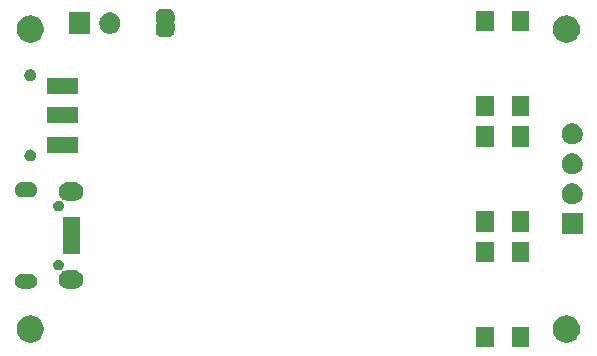
<source format=gbr>
G04 #@! TF.GenerationSoftware,KiCad,Pcbnew,(5.1.5)-2*
G04 #@! TF.CreationDate,2020-03-24T14:33:53+08:00*
G04 #@! TF.ProjectId,EV Meter,4556204d-6574-4657-922e-6b696361645f,rev?*
G04 #@! TF.SameCoordinates,Original*
G04 #@! TF.FileFunction,Soldermask,Top*
G04 #@! TF.FilePolarity,Negative*
%FSLAX46Y46*%
G04 Gerber Fmt 4.6, Leading zero omitted, Abs format (unit mm)*
G04 Created by KiCad (PCBNEW (5.1.5)-2) date 2020-03-24 14:33:53*
%MOMM*%
%LPD*%
G04 APERTURE LIST*
%ADD10C,0.100000*%
G04 APERTURE END LIST*
D10*
G36*
X155967400Y-133518600D02*
G01*
X154465400Y-133518600D01*
X154465400Y-131816600D01*
X155967400Y-131816600D01*
X155967400Y-133518600D01*
G37*
G36*
X152967400Y-133518600D02*
G01*
X151465400Y-133518600D01*
X151465400Y-131816600D01*
X152967400Y-131816600D01*
X152967400Y-133518600D01*
G37*
G36*
X159324549Y-130871116D02*
G01*
X159435734Y-130893232D01*
X159645203Y-130979997D01*
X159833720Y-131105960D01*
X159994040Y-131266280D01*
X160120003Y-131454797D01*
X160206768Y-131664266D01*
X160251000Y-131886636D01*
X160251000Y-132113364D01*
X160206768Y-132335734D01*
X160120003Y-132545203D01*
X159994040Y-132733720D01*
X159833720Y-132894040D01*
X159645203Y-133020003D01*
X159435734Y-133106768D01*
X159324549Y-133128884D01*
X159213365Y-133151000D01*
X158986635Y-133151000D01*
X158875451Y-133128884D01*
X158764266Y-133106768D01*
X158554797Y-133020003D01*
X158366280Y-132894040D01*
X158205960Y-132733720D01*
X158079997Y-132545203D01*
X157993232Y-132335734D01*
X157949000Y-132113364D01*
X157949000Y-131886636D01*
X157993232Y-131664266D01*
X158079997Y-131454797D01*
X158205960Y-131266280D01*
X158366280Y-131105960D01*
X158554797Y-130979997D01*
X158764266Y-130893232D01*
X158875451Y-130871116D01*
X158986635Y-130849000D01*
X159213365Y-130849000D01*
X159324549Y-130871116D01*
G37*
G36*
X113924549Y-130871116D02*
G01*
X114035734Y-130893232D01*
X114245203Y-130979997D01*
X114433720Y-131105960D01*
X114594040Y-131266280D01*
X114720003Y-131454797D01*
X114806768Y-131664266D01*
X114851000Y-131886636D01*
X114851000Y-132113364D01*
X114806768Y-132335734D01*
X114720003Y-132545203D01*
X114594040Y-132733720D01*
X114433720Y-132894040D01*
X114245203Y-133020003D01*
X114035734Y-133106768D01*
X113924549Y-133128884D01*
X113813365Y-133151000D01*
X113586635Y-133151000D01*
X113475451Y-133128884D01*
X113364266Y-133106768D01*
X113154797Y-133020003D01*
X112966280Y-132894040D01*
X112805960Y-132733720D01*
X112679997Y-132545203D01*
X112593232Y-132335734D01*
X112549000Y-132113364D01*
X112549000Y-131886636D01*
X112593232Y-131664266D01*
X112679997Y-131454797D01*
X112805960Y-131266280D01*
X112966280Y-131105960D01*
X113154797Y-130979997D01*
X113364266Y-130893232D01*
X113475451Y-130871116D01*
X113586635Y-130849000D01*
X113813365Y-130849000D01*
X113924549Y-130871116D01*
G37*
G36*
X113797715Y-127337058D02*
G01*
X113893753Y-127366191D01*
X113908935Y-127370796D01*
X113915722Y-127372855D01*
X114024468Y-127430981D01*
X114119790Y-127509210D01*
X114198019Y-127604532D01*
X114256145Y-127713278D01*
X114291942Y-127831285D01*
X114304028Y-127954000D01*
X114291942Y-128076715D01*
X114256145Y-128194722D01*
X114198019Y-128303468D01*
X114119790Y-128398790D01*
X114024468Y-128477019D01*
X113915722Y-128535145D01*
X113797715Y-128570942D01*
X113705746Y-128580000D01*
X112994254Y-128580000D01*
X112902285Y-128570942D01*
X112784278Y-128535145D01*
X112675532Y-128477019D01*
X112580210Y-128398790D01*
X112501981Y-128303468D01*
X112443855Y-128194722D01*
X112408058Y-128076715D01*
X112395972Y-127954000D01*
X112408058Y-127831285D01*
X112443855Y-127713278D01*
X112501981Y-127604532D01*
X112580210Y-127509210D01*
X112675532Y-127430981D01*
X112784278Y-127372855D01*
X112791066Y-127370796D01*
X112806247Y-127366191D01*
X112902285Y-127337058D01*
X112994254Y-127328000D01*
X113705746Y-127328000D01*
X113797715Y-127337058D01*
G37*
G36*
X116231552Y-126145331D02*
G01*
X116313627Y-126179328D01*
X116313629Y-126179329D01*
X116350813Y-126204175D01*
X116387495Y-126228685D01*
X116450315Y-126291505D01*
X116499672Y-126365373D01*
X116533669Y-126447448D01*
X116551000Y-126534579D01*
X116551000Y-126623421D01*
X116533669Y-126710552D01*
X116499672Y-126792627D01*
X116450315Y-126866495D01*
X116434762Y-126882048D01*
X116419217Y-126900990D01*
X116407666Y-126922601D01*
X116400553Y-126946050D01*
X116398151Y-126970436D01*
X116400553Y-126994822D01*
X116407666Y-127018271D01*
X116419217Y-127039882D01*
X116434762Y-127058824D01*
X116453704Y-127074369D01*
X116475315Y-127085920D01*
X116498764Y-127093033D01*
X116523150Y-127095435D01*
X116547536Y-127093033D01*
X116570985Y-127085920D01*
X116574614Y-127084204D01*
X116576600Y-127083602D01*
X116576601Y-127083601D01*
X116620901Y-127070163D01*
X116722879Y-127039228D01*
X116836882Y-127028000D01*
X117463118Y-127028000D01*
X117577121Y-127039228D01*
X117723402Y-127083602D01*
X117858204Y-127155655D01*
X117858207Y-127155657D01*
X117858208Y-127155658D01*
X117943568Y-127225712D01*
X117976369Y-127252631D01*
X118073345Y-127370796D01*
X118145398Y-127505598D01*
X118189772Y-127651879D01*
X118204754Y-127804000D01*
X118189772Y-127956121D01*
X118145398Y-128102402D01*
X118073345Y-128237204D01*
X118073343Y-128237207D01*
X118073342Y-128237208D01*
X117976369Y-128355369D01*
X117858204Y-128452345D01*
X117723402Y-128524398D01*
X117577121Y-128568772D01*
X117463118Y-128580000D01*
X116836882Y-128580000D01*
X116722879Y-128568772D01*
X116576598Y-128524398D01*
X116441796Y-128452345D01*
X116323631Y-128355369D01*
X116226658Y-128237208D01*
X116226657Y-128237207D01*
X116226655Y-128237204D01*
X116154602Y-128102402D01*
X116110228Y-127956121D01*
X116095246Y-127804000D01*
X116110228Y-127651879D01*
X116154602Y-127505598D01*
X116226655Y-127370796D01*
X116323633Y-127252628D01*
X116356430Y-127225712D01*
X116373757Y-127208385D01*
X116387370Y-127188011D01*
X116396748Y-127165372D01*
X116401528Y-127141339D01*
X116401528Y-127116835D01*
X116396748Y-127092801D01*
X116387370Y-127070163D01*
X116373756Y-127049788D01*
X116356429Y-127032461D01*
X116336055Y-127018848D01*
X116313416Y-127009470D01*
X116289383Y-127004690D01*
X116264879Y-127004690D01*
X116240845Y-127009470D01*
X116232351Y-127012510D01*
X116144421Y-127030000D01*
X116055579Y-127030000D01*
X115968448Y-127012669D01*
X115886373Y-126978672D01*
X115886372Y-126978672D01*
X115886371Y-126978671D01*
X115812504Y-126929314D01*
X115749686Y-126866496D01*
X115700329Y-126792629D01*
X115700328Y-126792627D01*
X115666331Y-126710552D01*
X115649000Y-126623421D01*
X115649000Y-126534579D01*
X115666331Y-126447448D01*
X115700328Y-126365373D01*
X115749685Y-126291505D01*
X115812505Y-126228685D01*
X115849187Y-126204175D01*
X115886371Y-126179329D01*
X115886373Y-126179328D01*
X115968448Y-126145331D01*
X116055579Y-126128000D01*
X116144421Y-126128000D01*
X116231552Y-126145331D01*
G37*
G36*
X152967400Y-126318600D02*
G01*
X151465400Y-126318600D01*
X151465400Y-124616600D01*
X152967400Y-124616600D01*
X152967400Y-126318600D01*
G37*
G36*
X155967400Y-126318600D02*
G01*
X154465400Y-126318600D01*
X154465400Y-124616600D01*
X155967400Y-124616600D01*
X155967400Y-126318600D01*
G37*
G36*
X117901000Y-125655000D02*
G01*
X116499000Y-125655000D01*
X116499000Y-122503000D01*
X117901000Y-122503000D01*
X117901000Y-125655000D01*
G37*
G36*
X160484800Y-123999600D02*
G01*
X158682800Y-123999600D01*
X158682800Y-122197600D01*
X160484800Y-122197600D01*
X160484800Y-123999600D01*
G37*
G36*
X152967400Y-123752300D02*
G01*
X151465400Y-123752300D01*
X151465400Y-122050300D01*
X152967400Y-122050300D01*
X152967400Y-123752300D01*
G37*
G36*
X155967400Y-123752300D02*
G01*
X154465400Y-123752300D01*
X154465400Y-122050300D01*
X155967400Y-122050300D01*
X155967400Y-123752300D01*
G37*
G36*
X117577121Y-119589228D02*
G01*
X117723402Y-119633602D01*
X117858204Y-119705655D01*
X117858207Y-119705657D01*
X117858208Y-119705658D01*
X117976369Y-119802631D01*
X118022423Y-119858747D01*
X118073345Y-119920796D01*
X118145398Y-120055598D01*
X118189772Y-120201879D01*
X118204754Y-120354000D01*
X118189772Y-120506121D01*
X118145398Y-120652402D01*
X118073345Y-120787204D01*
X118073343Y-120787207D01*
X118073342Y-120787208D01*
X117976369Y-120905369D01*
X117878874Y-120985382D01*
X117858204Y-121002345D01*
X117723402Y-121074398D01*
X117577121Y-121118772D01*
X117463118Y-121130000D01*
X116836882Y-121130000D01*
X116722879Y-121118772D01*
X116570664Y-121072598D01*
X116559439Y-121067948D01*
X116535405Y-121063167D01*
X116510901Y-121063167D01*
X116486868Y-121067946D01*
X116464229Y-121077323D01*
X116443854Y-121090936D01*
X116426527Y-121108263D01*
X116412912Y-121128637D01*
X116403534Y-121151275D01*
X116398753Y-121175309D01*
X116398753Y-121199813D01*
X116403532Y-121223846D01*
X116412909Y-121246485D01*
X116426522Y-121266860D01*
X116434762Y-121275952D01*
X116450315Y-121291505D01*
X116499672Y-121365373D01*
X116533669Y-121447448D01*
X116551000Y-121534579D01*
X116551000Y-121623421D01*
X116533669Y-121710552D01*
X116499672Y-121792627D01*
X116499671Y-121792629D01*
X116450314Y-121866496D01*
X116387496Y-121929314D01*
X116313629Y-121978671D01*
X116313628Y-121978672D01*
X116313627Y-121978672D01*
X116231552Y-122012669D01*
X116144421Y-122030000D01*
X116055579Y-122030000D01*
X115968448Y-122012669D01*
X115886373Y-121978672D01*
X115886372Y-121978672D01*
X115886371Y-121978671D01*
X115812504Y-121929314D01*
X115749686Y-121866496D01*
X115700329Y-121792629D01*
X115700328Y-121792627D01*
X115666331Y-121710552D01*
X115649000Y-121623421D01*
X115649000Y-121534579D01*
X115666331Y-121447448D01*
X115700328Y-121365373D01*
X115749685Y-121291505D01*
X115812505Y-121228685D01*
X115855715Y-121199813D01*
X115886371Y-121179329D01*
X115896076Y-121175309D01*
X115968448Y-121145331D01*
X116055579Y-121128000D01*
X116144421Y-121128000D01*
X116233946Y-121145807D01*
X116252743Y-121151510D01*
X116277129Y-121153912D01*
X116301515Y-121151511D01*
X116324964Y-121144398D01*
X116346575Y-121132847D01*
X116365517Y-121117302D01*
X116381063Y-121098361D01*
X116392614Y-121076750D01*
X116399728Y-121053301D01*
X116402130Y-121028915D01*
X116399729Y-121004529D01*
X116392616Y-120981080D01*
X116381065Y-120959469D01*
X116365520Y-120940527D01*
X116356430Y-120932288D01*
X116323633Y-120905372D01*
X116226655Y-120787204D01*
X116154602Y-120652402D01*
X116110228Y-120506121D01*
X116095246Y-120354000D01*
X116110228Y-120201879D01*
X116154602Y-120055598D01*
X116226655Y-119920796D01*
X116277578Y-119858747D01*
X116323631Y-119802631D01*
X116441792Y-119705658D01*
X116441793Y-119705657D01*
X116441796Y-119705655D01*
X116576598Y-119633602D01*
X116722879Y-119589228D01*
X116836882Y-119578000D01*
X117463118Y-119578000D01*
X117577121Y-119589228D01*
G37*
G36*
X159697312Y-119662527D02*
G01*
X159846612Y-119692224D01*
X160010584Y-119760144D01*
X160158154Y-119858747D01*
X160283653Y-119984246D01*
X160382256Y-120131816D01*
X160450176Y-120295788D01*
X160484800Y-120469859D01*
X160484800Y-120647341D01*
X160450176Y-120821412D01*
X160382256Y-120985384D01*
X160283653Y-121132954D01*
X160158154Y-121258453D01*
X160010584Y-121357056D01*
X159846612Y-121424976D01*
X159697312Y-121454673D01*
X159672542Y-121459600D01*
X159495058Y-121459600D01*
X159470288Y-121454673D01*
X159320988Y-121424976D01*
X159157016Y-121357056D01*
X159009446Y-121258453D01*
X158883947Y-121132954D01*
X158785344Y-120985384D01*
X158717424Y-120821412D01*
X158682800Y-120647341D01*
X158682800Y-120469859D01*
X158717424Y-120295788D01*
X158785344Y-120131816D01*
X158883947Y-119984246D01*
X159009446Y-119858747D01*
X159157016Y-119760144D01*
X159320988Y-119692224D01*
X159470288Y-119662527D01*
X159495058Y-119657600D01*
X159672542Y-119657600D01*
X159697312Y-119662527D01*
G37*
G36*
X113797715Y-119587058D02*
G01*
X113915722Y-119622855D01*
X114024468Y-119680981D01*
X114119790Y-119759210D01*
X114198019Y-119854532D01*
X114256145Y-119963278D01*
X114291942Y-120081285D01*
X114304028Y-120204000D01*
X114291942Y-120326715D01*
X114256145Y-120444722D01*
X114198019Y-120553468D01*
X114119790Y-120648790D01*
X114024468Y-120727019D01*
X113915722Y-120785145D01*
X113915719Y-120785146D01*
X113908921Y-120787208D01*
X113797715Y-120820942D01*
X113705746Y-120830000D01*
X112994254Y-120830000D01*
X112902285Y-120820942D01*
X112791079Y-120787208D01*
X112784281Y-120785146D01*
X112784278Y-120785145D01*
X112675532Y-120727019D01*
X112580210Y-120648790D01*
X112501981Y-120553468D01*
X112443855Y-120444722D01*
X112408058Y-120326715D01*
X112395972Y-120204000D01*
X112408058Y-120081285D01*
X112443855Y-119963278D01*
X112501981Y-119854532D01*
X112580210Y-119759210D01*
X112675532Y-119680981D01*
X112784278Y-119622855D01*
X112902285Y-119587058D01*
X112994254Y-119578000D01*
X113705746Y-119578000D01*
X113797715Y-119587058D01*
G37*
G36*
X159697312Y-117122527D02*
G01*
X159846612Y-117152224D01*
X160010584Y-117220144D01*
X160158154Y-117318747D01*
X160283653Y-117444246D01*
X160382256Y-117591816D01*
X160450176Y-117755788D01*
X160484800Y-117929859D01*
X160484800Y-118107341D01*
X160450176Y-118281412D01*
X160382256Y-118445384D01*
X160283653Y-118592954D01*
X160158154Y-118718453D01*
X160010584Y-118817056D01*
X159846612Y-118884976D01*
X159697312Y-118914673D01*
X159672542Y-118919600D01*
X159495058Y-118919600D01*
X159470288Y-118914673D01*
X159320988Y-118884976D01*
X159157016Y-118817056D01*
X159009446Y-118718453D01*
X158883947Y-118592954D01*
X158785344Y-118445384D01*
X158717424Y-118281412D01*
X158682800Y-118107341D01*
X158682800Y-117929859D01*
X158717424Y-117755788D01*
X158785344Y-117591816D01*
X158883947Y-117444246D01*
X159009446Y-117318747D01*
X159157016Y-117220144D01*
X159320988Y-117152224D01*
X159470288Y-117122527D01*
X159495058Y-117117600D01*
X159672542Y-117117600D01*
X159697312Y-117122527D01*
G37*
G36*
X113797740Y-116808627D02*
G01*
X113846136Y-116818253D01*
X113883902Y-116833896D01*
X113937311Y-116856019D01*
X113937312Y-116856020D01*
X114019369Y-116910848D01*
X114089152Y-116980631D01*
X114089153Y-116980633D01*
X114143981Y-117062689D01*
X114166104Y-117116098D01*
X114181068Y-117152224D01*
X114181747Y-117153865D01*
X114201000Y-117250655D01*
X114201000Y-117349345D01*
X114181747Y-117446135D01*
X114143981Y-117537311D01*
X114143980Y-117537312D01*
X114089152Y-117619369D01*
X114019369Y-117689152D01*
X113978062Y-117716752D01*
X113937311Y-117743981D01*
X113883902Y-117766104D01*
X113846136Y-117781747D01*
X113797740Y-117791374D01*
X113749345Y-117801000D01*
X113650655Y-117801000D01*
X113602260Y-117791374D01*
X113553864Y-117781747D01*
X113516098Y-117766104D01*
X113462689Y-117743981D01*
X113421938Y-117716752D01*
X113380631Y-117689152D01*
X113310848Y-117619369D01*
X113256020Y-117537312D01*
X113256019Y-117537311D01*
X113218253Y-117446135D01*
X113199000Y-117349345D01*
X113199000Y-117250655D01*
X113218253Y-117153865D01*
X113218933Y-117152224D01*
X113233896Y-117116098D01*
X113256019Y-117062689D01*
X113310847Y-116980633D01*
X113310848Y-116980631D01*
X113380631Y-116910848D01*
X113462688Y-116856020D01*
X113462689Y-116856019D01*
X113516098Y-116833896D01*
X113553864Y-116818253D01*
X113602260Y-116808627D01*
X113650655Y-116799000D01*
X113749345Y-116799000D01*
X113797740Y-116808627D01*
G37*
G36*
X117751000Y-117076000D02*
G01*
X115149000Y-117076000D01*
X115149000Y-115724000D01*
X117751000Y-115724000D01*
X117751000Y-117076000D01*
G37*
G36*
X155967400Y-116552300D02*
G01*
X154465400Y-116552300D01*
X154465400Y-114850300D01*
X155967400Y-114850300D01*
X155967400Y-116552300D01*
G37*
G36*
X152967400Y-116552300D02*
G01*
X151465400Y-116552300D01*
X151465400Y-114850300D01*
X152967400Y-114850300D01*
X152967400Y-116552300D01*
G37*
G36*
X159697312Y-114582527D02*
G01*
X159846612Y-114612224D01*
X160010584Y-114680144D01*
X160158154Y-114778747D01*
X160283653Y-114904246D01*
X160382256Y-115051816D01*
X160450176Y-115215788D01*
X160484800Y-115389859D01*
X160484800Y-115567341D01*
X160450176Y-115741412D01*
X160382256Y-115905384D01*
X160283653Y-116052954D01*
X160158154Y-116178453D01*
X160010584Y-116277056D01*
X159846612Y-116344976D01*
X159697312Y-116374673D01*
X159672542Y-116379600D01*
X159495058Y-116379600D01*
X159470288Y-116374673D01*
X159320988Y-116344976D01*
X159157016Y-116277056D01*
X159009446Y-116178453D01*
X158883947Y-116052954D01*
X158785344Y-115905384D01*
X158717424Y-115741412D01*
X158682800Y-115567341D01*
X158682800Y-115389859D01*
X158717424Y-115215788D01*
X158785344Y-115051816D01*
X158883947Y-114904246D01*
X159009446Y-114778747D01*
X159157016Y-114680144D01*
X159320988Y-114612224D01*
X159470288Y-114582527D01*
X159495058Y-114577600D01*
X159672542Y-114577600D01*
X159697312Y-114582527D01*
G37*
G36*
X117751000Y-114576000D02*
G01*
X115149000Y-114576000D01*
X115149000Y-113224000D01*
X117751000Y-113224000D01*
X117751000Y-114576000D01*
G37*
G36*
X155967400Y-113986000D02*
G01*
X154465400Y-113986000D01*
X154465400Y-112284000D01*
X155967400Y-112284000D01*
X155967400Y-113986000D01*
G37*
G36*
X152967400Y-113986000D02*
G01*
X151465400Y-113986000D01*
X151465400Y-112284000D01*
X152967400Y-112284000D01*
X152967400Y-113986000D01*
G37*
G36*
X117751000Y-112076000D02*
G01*
X115149000Y-112076000D01*
X115149000Y-110724000D01*
X117751000Y-110724000D01*
X117751000Y-112076000D01*
G37*
G36*
X113797740Y-110008626D02*
G01*
X113846136Y-110018253D01*
X113883902Y-110033896D01*
X113937311Y-110056019D01*
X113937312Y-110056020D01*
X114019369Y-110110848D01*
X114089152Y-110180631D01*
X114089153Y-110180633D01*
X114143981Y-110262689D01*
X114181747Y-110353865D01*
X114201000Y-110450655D01*
X114201000Y-110549345D01*
X114181747Y-110646135D01*
X114143981Y-110737311D01*
X114143980Y-110737312D01*
X114089152Y-110819369D01*
X114019369Y-110889152D01*
X113978062Y-110916752D01*
X113937311Y-110943981D01*
X113883902Y-110966104D01*
X113846136Y-110981747D01*
X113797740Y-110991373D01*
X113749345Y-111001000D01*
X113650655Y-111001000D01*
X113602260Y-110991373D01*
X113553864Y-110981747D01*
X113516098Y-110966104D01*
X113462689Y-110943981D01*
X113421938Y-110916752D01*
X113380631Y-110889152D01*
X113310848Y-110819369D01*
X113256020Y-110737312D01*
X113256019Y-110737311D01*
X113218253Y-110646135D01*
X113199000Y-110549345D01*
X113199000Y-110450655D01*
X113218253Y-110353865D01*
X113256019Y-110262689D01*
X113310847Y-110180633D01*
X113310848Y-110180631D01*
X113380631Y-110110848D01*
X113462688Y-110056020D01*
X113462689Y-110056019D01*
X113516098Y-110033896D01*
X113553864Y-110018253D01*
X113602260Y-110008626D01*
X113650655Y-109999000D01*
X113749345Y-109999000D01*
X113797740Y-110008626D01*
G37*
G36*
X159324549Y-105471116D02*
G01*
X159435734Y-105493232D01*
X159645203Y-105579997D01*
X159833720Y-105705960D01*
X159994040Y-105866280D01*
X160120003Y-106054797D01*
X160188682Y-106220602D01*
X160206768Y-106264267D01*
X160251000Y-106486635D01*
X160251000Y-106713365D01*
X160237823Y-106779609D01*
X160206768Y-106935734D01*
X160120003Y-107145203D01*
X159994040Y-107333720D01*
X159833720Y-107494040D01*
X159645203Y-107620003D01*
X159435734Y-107706768D01*
X159324549Y-107728884D01*
X159213365Y-107751000D01*
X158986635Y-107751000D01*
X158875451Y-107728884D01*
X158764266Y-107706768D01*
X158554797Y-107620003D01*
X158366280Y-107494040D01*
X158205960Y-107333720D01*
X158079997Y-107145203D01*
X157993232Y-106935734D01*
X157962177Y-106779609D01*
X157949000Y-106713365D01*
X157949000Y-106486635D01*
X157993232Y-106264267D01*
X158011319Y-106220602D01*
X158079997Y-106054797D01*
X158205960Y-105866280D01*
X158366280Y-105705960D01*
X158554797Y-105579997D01*
X158764266Y-105493232D01*
X158875451Y-105471116D01*
X158986635Y-105449000D01*
X159213365Y-105449000D01*
X159324549Y-105471116D01*
G37*
G36*
X113924549Y-105471116D02*
G01*
X114035734Y-105493232D01*
X114245203Y-105579997D01*
X114433720Y-105705960D01*
X114594040Y-105866280D01*
X114720003Y-106054797D01*
X114788682Y-106220602D01*
X114806768Y-106264267D01*
X114851000Y-106486635D01*
X114851000Y-106713365D01*
X114837823Y-106779609D01*
X114806768Y-106935734D01*
X114720003Y-107145203D01*
X114594040Y-107333720D01*
X114433720Y-107494040D01*
X114245203Y-107620003D01*
X114035734Y-107706768D01*
X113924549Y-107728884D01*
X113813365Y-107751000D01*
X113586635Y-107751000D01*
X113475451Y-107728884D01*
X113364266Y-107706768D01*
X113154797Y-107620003D01*
X112966280Y-107494040D01*
X112805960Y-107333720D01*
X112679997Y-107145203D01*
X112593232Y-106935734D01*
X112562177Y-106779609D01*
X112549000Y-106713365D01*
X112549000Y-106486635D01*
X112593232Y-106264267D01*
X112611319Y-106220602D01*
X112679997Y-106054797D01*
X112805960Y-105866280D01*
X112966280Y-105705960D01*
X113154797Y-105579997D01*
X113364266Y-105493232D01*
X113475451Y-105471116D01*
X113586635Y-105449000D01*
X113813365Y-105449000D01*
X113924549Y-105471116D01*
G37*
G36*
X125378199Y-104880554D02*
G01*
X125390450Y-104881156D01*
X125408869Y-104881156D01*
X125431149Y-104883350D01*
X125515233Y-104900076D01*
X125536660Y-104906576D01*
X125615858Y-104939380D01*
X125621303Y-104942291D01*
X125621309Y-104942293D01*
X125630169Y-104947029D01*
X125630173Y-104947032D01*
X125635614Y-104949940D01*
X125706899Y-104997571D01*
X125724204Y-105011772D01*
X125784828Y-105072396D01*
X125799029Y-105089701D01*
X125846660Y-105160986D01*
X125849568Y-105166427D01*
X125849571Y-105166431D01*
X125854307Y-105175291D01*
X125854309Y-105175297D01*
X125857220Y-105180742D01*
X125890024Y-105259940D01*
X125896524Y-105281367D01*
X125913250Y-105365451D01*
X125915444Y-105387731D01*
X125915444Y-105406150D01*
X125916046Y-105418401D01*
X125917852Y-105436739D01*
X125917852Y-105924460D01*
X125916263Y-105940599D01*
X125913348Y-105950208D01*
X125908610Y-105959072D01*
X125902237Y-105966837D01*
X125889794Y-105977048D01*
X125879425Y-105983978D01*
X125862098Y-106001305D01*
X125848485Y-106021680D01*
X125839109Y-106044320D01*
X125834329Y-106068353D01*
X125834330Y-106092857D01*
X125839112Y-106116890D01*
X125848490Y-106139529D01*
X125862105Y-106159902D01*
X125879432Y-106177229D01*
X125889802Y-106184158D01*
X125902237Y-106194363D01*
X125908610Y-106202128D01*
X125913348Y-106210992D01*
X125916263Y-106220601D01*
X125917852Y-106236740D01*
X125917852Y-106724462D01*
X125916046Y-106742799D01*
X125915444Y-106755050D01*
X125915444Y-106773469D01*
X125913250Y-106795749D01*
X125896524Y-106879833D01*
X125890024Y-106901260D01*
X125857220Y-106980458D01*
X125854309Y-106985903D01*
X125854307Y-106985909D01*
X125849571Y-106994769D01*
X125849568Y-106994773D01*
X125846660Y-107000214D01*
X125799029Y-107071499D01*
X125784828Y-107088804D01*
X125724204Y-107149428D01*
X125706899Y-107163629D01*
X125635614Y-107211260D01*
X125630173Y-107214168D01*
X125630169Y-107214171D01*
X125621309Y-107218907D01*
X125621303Y-107218909D01*
X125615858Y-107221820D01*
X125536660Y-107254624D01*
X125515233Y-107261124D01*
X125431149Y-107277850D01*
X125408869Y-107280044D01*
X125390450Y-107280044D01*
X125378199Y-107280646D01*
X125359862Y-107282452D01*
X124872138Y-107282452D01*
X124853801Y-107280646D01*
X124841550Y-107280044D01*
X124823131Y-107280044D01*
X124800851Y-107277850D01*
X124716767Y-107261124D01*
X124695340Y-107254624D01*
X124616142Y-107221820D01*
X124610697Y-107218909D01*
X124610691Y-107218907D01*
X124601831Y-107214171D01*
X124601827Y-107214168D01*
X124596386Y-107211260D01*
X124525101Y-107163629D01*
X124507796Y-107149428D01*
X124447172Y-107088804D01*
X124432971Y-107071499D01*
X124385340Y-107000214D01*
X124382432Y-106994773D01*
X124382429Y-106994769D01*
X124377693Y-106985909D01*
X124377691Y-106985903D01*
X124374780Y-106980458D01*
X124341976Y-106901260D01*
X124335476Y-106879833D01*
X124318750Y-106795749D01*
X124316556Y-106773469D01*
X124316556Y-106755050D01*
X124315954Y-106742799D01*
X124314148Y-106724462D01*
X124314148Y-106236740D01*
X124315737Y-106220601D01*
X124318652Y-106210992D01*
X124323390Y-106202128D01*
X124329763Y-106194363D01*
X124342206Y-106184152D01*
X124352575Y-106177222D01*
X124369902Y-106159895D01*
X124383515Y-106139520D01*
X124392891Y-106116880D01*
X124397671Y-106092847D01*
X124397670Y-106068343D01*
X124392888Y-106044310D01*
X124383510Y-106021671D01*
X124369895Y-106001298D01*
X124352568Y-105983971D01*
X124342198Y-105977042D01*
X124329763Y-105966837D01*
X124323390Y-105959072D01*
X124318652Y-105950208D01*
X124315737Y-105940599D01*
X124314148Y-105924460D01*
X124314148Y-105436739D01*
X124315954Y-105418401D01*
X124316556Y-105406150D01*
X124316556Y-105387731D01*
X124318750Y-105365451D01*
X124335476Y-105281367D01*
X124341976Y-105259940D01*
X124374780Y-105180742D01*
X124377691Y-105175297D01*
X124377693Y-105175291D01*
X124382429Y-105166431D01*
X124382432Y-105166427D01*
X124385340Y-105160986D01*
X124432971Y-105089701D01*
X124447172Y-105072396D01*
X124507796Y-105011772D01*
X124525101Y-104997571D01*
X124596386Y-104949940D01*
X124601827Y-104947032D01*
X124601831Y-104947029D01*
X124610691Y-104942293D01*
X124610697Y-104942291D01*
X124616142Y-104939380D01*
X124695340Y-104906576D01*
X124716767Y-104900076D01*
X124800851Y-104883350D01*
X124823131Y-104881156D01*
X124841550Y-104881156D01*
X124853801Y-104880554D01*
X124872139Y-104878748D01*
X125359861Y-104878748D01*
X125378199Y-104880554D01*
G37*
G36*
X118801000Y-107001000D02*
G01*
X116999000Y-107001000D01*
X116999000Y-105199000D01*
X118801000Y-105199000D01*
X118801000Y-107001000D01*
G37*
G36*
X120553512Y-105203927D02*
G01*
X120702812Y-105233624D01*
X120866784Y-105301544D01*
X121014354Y-105400147D01*
X121139853Y-105525646D01*
X121238456Y-105673216D01*
X121306376Y-105837188D01*
X121341000Y-106011259D01*
X121341000Y-106188741D01*
X121306376Y-106362812D01*
X121238456Y-106526784D01*
X121139853Y-106674354D01*
X121014354Y-106799853D01*
X120866784Y-106898456D01*
X120702812Y-106966376D01*
X120560067Y-106994769D01*
X120528742Y-107001000D01*
X120351258Y-107001000D01*
X120319933Y-106994769D01*
X120177188Y-106966376D01*
X120013216Y-106898456D01*
X119865646Y-106799853D01*
X119740147Y-106674354D01*
X119641544Y-106526784D01*
X119573624Y-106362812D01*
X119539000Y-106188741D01*
X119539000Y-106011259D01*
X119573624Y-105837188D01*
X119641544Y-105673216D01*
X119740147Y-105525646D01*
X119865646Y-105400147D01*
X120013216Y-105301544D01*
X120177188Y-105233624D01*
X120326488Y-105203927D01*
X120351258Y-105199000D01*
X120528742Y-105199000D01*
X120553512Y-105203927D01*
G37*
G36*
X155967400Y-106786000D02*
G01*
X154465400Y-106786000D01*
X154465400Y-105084000D01*
X155967400Y-105084000D01*
X155967400Y-106786000D01*
G37*
G36*
X152967400Y-106786000D02*
G01*
X151465400Y-106786000D01*
X151465400Y-105084000D01*
X152967400Y-105084000D01*
X152967400Y-106786000D01*
G37*
M02*

</source>
